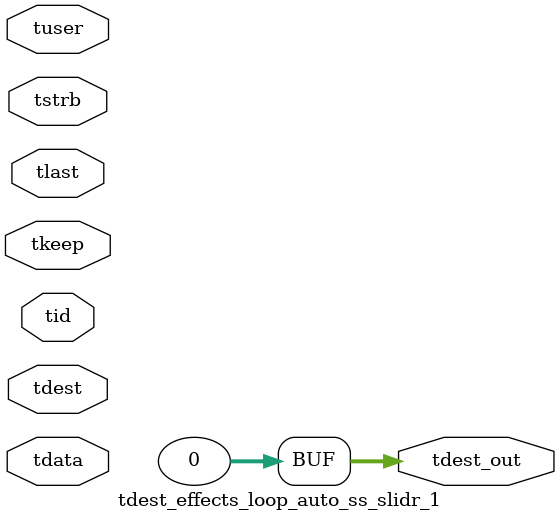
<source format=v>


`timescale 1ps/1ps

module tdest_effects_loop_auto_ss_slidr_1 #
(
parameter C_S_AXIS_TDATA_WIDTH = 32,
parameter C_S_AXIS_TUSER_WIDTH = 0,
parameter C_S_AXIS_TID_WIDTH   = 0,
parameter C_S_AXIS_TDEST_WIDTH = 0,
parameter C_M_AXIS_TDEST_WIDTH = 32
)
(
input  [(C_S_AXIS_TDATA_WIDTH == 0 ? 1 : C_S_AXIS_TDATA_WIDTH)-1:0     ] tdata,
input  [(C_S_AXIS_TUSER_WIDTH == 0 ? 1 : C_S_AXIS_TUSER_WIDTH)-1:0     ] tuser,
input  [(C_S_AXIS_TID_WIDTH   == 0 ? 1 : C_S_AXIS_TID_WIDTH)-1:0       ] tid,
input  [(C_S_AXIS_TDEST_WIDTH == 0 ? 1 : C_S_AXIS_TDEST_WIDTH)-1:0     ] tdest,
input  [(C_S_AXIS_TDATA_WIDTH/8)-1:0 ] tkeep,
input  [(C_S_AXIS_TDATA_WIDTH/8)-1:0 ] tstrb,
input                                                                    tlast,
output [C_M_AXIS_TDEST_WIDTH-1:0] tdest_out
);

assign tdest_out = {1'b0};

endmodule


</source>
